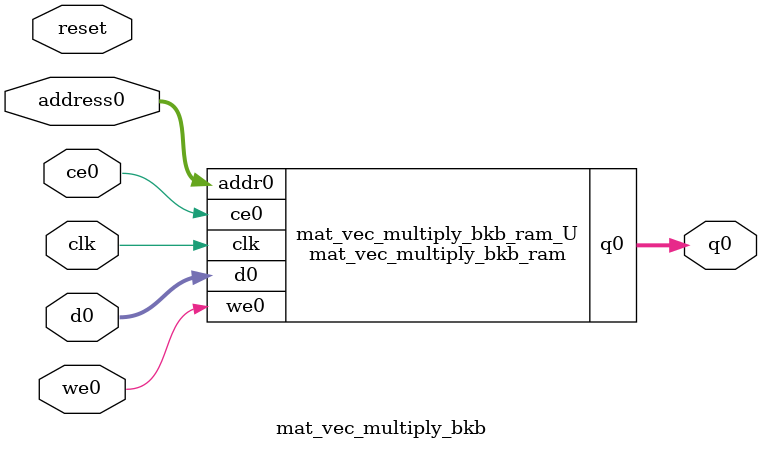
<source format=v>
`timescale 1 ns / 1 ps
module mat_vec_multiply_bkb_ram (addr0, ce0, d0, we0, q0,  clk);

parameter DWIDTH = 32;
parameter AWIDTH = 4;
parameter MEM_SIZE = 16;

input[AWIDTH-1:0] addr0;
input ce0;
input[DWIDTH-1:0] d0;
input we0;
output reg[DWIDTH-1:0] q0;
input clk;

(* ram_style = "distributed" *)reg [DWIDTH-1:0] ram[0:MEM_SIZE-1];




always @(posedge clk)  
begin 
    if (ce0) begin
        if (we0) 
            ram[addr0] <= d0; 
        q0 <= ram[addr0];
    end
end


endmodule

`timescale 1 ns / 1 ps
module mat_vec_multiply_bkb(
    reset,
    clk,
    address0,
    ce0,
    we0,
    d0,
    q0);

parameter DataWidth = 32'd32;
parameter AddressRange = 32'd16;
parameter AddressWidth = 32'd4;
input reset;
input clk;
input[AddressWidth - 1:0] address0;
input ce0;
input we0;
input[DataWidth - 1:0] d0;
output[DataWidth - 1:0] q0;



mat_vec_multiply_bkb_ram mat_vec_multiply_bkb_ram_U(
    .clk( clk ),
    .addr0( address0 ),
    .ce0( ce0 ),
    .we0( we0 ),
    .d0( d0 ),
    .q0( q0 ));

endmodule


</source>
